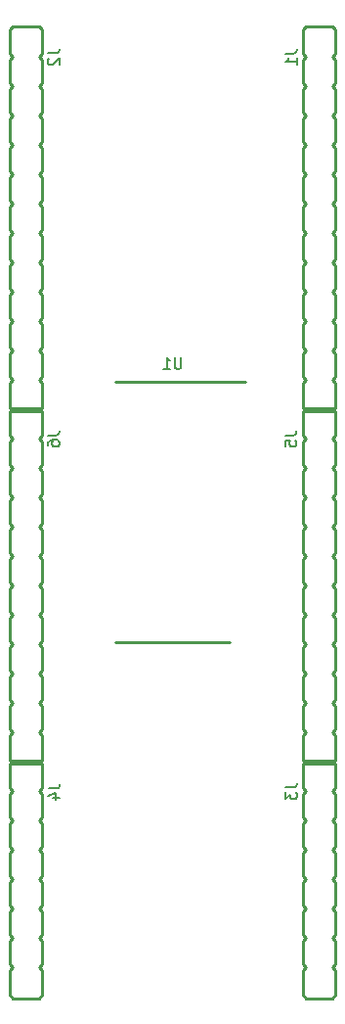
<source format=gbr>
G04 --- HEADER BEGIN --- *
%TF.GenerationSoftware,LibrePCB,LibrePCB,0.1.5*%
%TF.CreationDate,2020-12-27T00:53:52*%
%TF.ProjectId,bob_ddr_sdram_4m16b - default,91b37e6c-9424-4871-8535-6cfacb37efd9,v1*%
%TF.Part,Single*%
%FSLAX66Y66*%
%MOMM*%
G01*
G74*
G04 --- HEADER END --- *
G04 --- APERTURE LIST BEGIN --- *
%ADD10C,0.25*%
%ADD11C,0.2*%
%ADD12O,2.39X1.787*%
%ADD13R,2.39X1.787*%
%ADD14R,1.7X0.55*%
G04 --- APERTURE LIST END --- *
G04 --- BOARD BEGIN --- *
D10*
X25275000Y50655000D02*
X25275000Y48530000D01*
X25545000Y48260000D01*
X25275000Y47990000D01*
X25275000Y45990000D01*
X25545000Y45720000D01*
X25275000Y45450000D01*
X25275000Y43450000D01*
X25545000Y43180000D01*
X25275000Y42910000D01*
X25275000Y40910000D01*
X25545000Y40640000D01*
X25275000Y40370000D01*
X25275000Y38370000D01*
X25545000Y38100000D01*
X25275000Y37830000D01*
X25275000Y35830000D01*
X25545000Y35560000D01*
X25275000Y35290000D01*
X25275000Y33290000D01*
X25545000Y33020000D01*
X25275000Y32750000D01*
X25275000Y30750000D01*
X25545000Y30480000D01*
X25275000Y30210000D01*
X25275000Y28210000D01*
X25545000Y27940000D01*
X25275000Y27670000D01*
X25275000Y25670000D01*
X25545000Y25400000D01*
X25275000Y25130000D01*
X25275000Y23130000D01*
X25545000Y22860000D01*
X25275000Y22590000D01*
X25275000Y20465000D01*
X25545000Y20195000D01*
X27795000Y20195000D01*
X28065000Y20465000D01*
X28065000Y22590000D01*
X27795000Y22860000D01*
X28065000Y23130000D01*
X28065000Y25130000D01*
X27795000Y25400000D01*
X28065000Y25670000D01*
X28065000Y27670000D01*
X27795000Y27940000D01*
X28065000Y28210000D01*
X28065000Y30210000D01*
X27795000Y30480000D01*
X28065000Y30750000D01*
X28065000Y32750000D01*
X27795000Y33020000D01*
X28065000Y33290000D01*
X28065000Y35290000D01*
X27795000Y35560000D01*
X28065000Y35830000D01*
X28065000Y37830000D01*
X27795000Y38100000D01*
X28065000Y38370000D01*
X28065000Y40370000D01*
X27795000Y40640000D01*
X28065000Y40910000D01*
X28065000Y42910000D01*
X27795000Y43180000D01*
X28065000Y43450000D01*
X28065000Y45450000D01*
X27795000Y45720000D01*
X28065000Y45990000D01*
X28065000Y47990000D01*
X27795000Y48260000D01*
X28065000Y48530000D01*
X28065000Y50655000D01*
X27795000Y50925000D01*
X25545000Y50925000D01*
X25275000Y50655000D01*
X25275000Y83675000D02*
X25275000Y81550000D01*
X25545000Y81280000D01*
X25275000Y81010000D01*
X25275000Y79010000D01*
X25545000Y78740000D01*
X25275000Y78470000D01*
X25275000Y76470000D01*
X25545000Y76200000D01*
X25275000Y75930000D01*
X25275000Y73930000D01*
X25545000Y73660000D01*
X25275000Y73390000D01*
X25275000Y71390000D01*
X25545000Y71120000D01*
X25275000Y70850000D01*
X25275000Y68850000D01*
X25545000Y68580000D01*
X25275000Y68310000D01*
X25275000Y66310000D01*
X25545000Y66040000D01*
X25275000Y65770000D01*
X25275000Y63770000D01*
X25545000Y63500000D01*
X25275000Y63230000D01*
X25275000Y61230000D01*
X25545000Y60960000D01*
X25275000Y60690000D01*
X25275000Y58690000D01*
X25545000Y58420000D01*
X25275000Y58150000D01*
X25275000Y56150000D01*
X25545000Y55880000D01*
X25275000Y55610000D01*
X25275000Y53610000D01*
X25545000Y53340000D01*
X25275000Y53070000D01*
X25275000Y50945000D01*
X25545000Y50675000D01*
X27795000Y50675000D01*
X28065000Y50945000D01*
X28065000Y53070000D01*
X27795000Y53340000D01*
X28065000Y53610000D01*
X28065000Y55610000D01*
X27795000Y55880000D01*
X28065000Y56150000D01*
X28065000Y58150000D01*
X27795000Y58420000D01*
X28065000Y58690000D01*
X28065000Y60690000D01*
X27795000Y60960000D01*
X28065000Y61230000D01*
X28065000Y63230000D01*
X27795000Y63500000D01*
X28065000Y63770000D01*
X28065000Y65770000D01*
X27795000Y66040000D01*
X28065000Y66310000D01*
X28065000Y68310000D01*
X27795000Y68580000D01*
X28065000Y68850000D01*
X28065000Y70850000D01*
X27795000Y71120000D01*
X28065000Y71390000D01*
X28065000Y73390000D01*
X27795000Y73660000D01*
X28065000Y73930000D01*
X28065000Y75930000D01*
X27795000Y76200000D01*
X28065000Y76470000D01*
X28065000Y78470000D01*
X27795000Y78740000D01*
X28065000Y79010000D01*
X28065000Y81010000D01*
X27795000Y81280000D01*
X28065000Y81550000D01*
X28065000Y83675000D01*
X27795000Y83945000D01*
X25545000Y83945000D01*
X25275000Y83675000D01*
X20275000Y53145000D02*
X9015000Y53145000D01*
X18925000Y30675000D02*
X9015000Y30675000D01*
X2665000Y20465000D02*
X2665000Y22590000D01*
X2395000Y22860000D01*
X2665000Y23130000D01*
X2665000Y25130000D01*
X2395000Y25400000D01*
X2665000Y25670000D01*
X2665000Y27670000D01*
X2395000Y27940000D01*
X2665000Y28210000D01*
X2665000Y30210000D01*
X2395000Y30480000D01*
X2665000Y30750000D01*
X2665000Y32750000D01*
X2395000Y33020000D01*
X2665000Y33290000D01*
X2665000Y35290000D01*
X2395000Y35560000D01*
X2665000Y35830000D01*
X2665000Y37830000D01*
X2395000Y38100000D01*
X2665000Y38370000D01*
X2665000Y40370000D01*
X2395000Y40640000D01*
X2665000Y40910000D01*
X2665000Y42910000D01*
X2395000Y43180000D01*
X2665000Y43450000D01*
X2665000Y45450000D01*
X2395000Y45720000D01*
X2665000Y45990000D01*
X2665000Y47990000D01*
X2395000Y48260000D01*
X2665000Y48530000D01*
X2665000Y50655000D01*
X2395000Y50925000D01*
X145000Y50925000D01*
X-125000Y50655000D01*
X-125000Y48530000D01*
X145000Y48260000D01*
X-125000Y47990000D01*
X-125000Y45990000D01*
X145000Y45720000D01*
X-125000Y45450000D01*
X-125000Y43450000D01*
X145000Y43180000D01*
X-125000Y42910000D01*
X-125000Y40910000D01*
X145000Y40640000D01*
X-125000Y40370000D01*
X-125000Y38370000D01*
X145000Y38100000D01*
X-125000Y37830000D01*
X-125000Y35830000D01*
X145000Y35560000D01*
X-125000Y35290000D01*
X-125000Y33290000D01*
X145000Y33020000D01*
X-125000Y32750000D01*
X-125000Y30750000D01*
X145000Y30480000D01*
X-125000Y30210000D01*
X-125000Y28210000D01*
X145000Y27940000D01*
X-125000Y27670000D01*
X-125000Y25670000D01*
X145000Y25400000D01*
X-125000Y25130000D01*
X-125000Y23130000D01*
X145000Y22860000D01*
X-125000Y22590000D01*
X-125000Y20465000D01*
X145000Y20195000D01*
X2395000Y20195000D01*
X2665000Y20465000D01*
X25275000Y20175000D02*
X25275000Y18050000D01*
X25545000Y17780000D01*
X25275000Y17510000D01*
X25275000Y15510000D01*
X25545000Y15240000D01*
X25275000Y14970000D01*
X25275000Y12970000D01*
X25545000Y12700000D01*
X25275000Y12430000D01*
X25275000Y10430000D01*
X25545000Y10160000D01*
X25275000Y9890000D01*
X25275000Y7890000D01*
X25545000Y7620000D01*
X25275000Y7350000D01*
X25275000Y5350000D01*
X25545000Y5080000D01*
X25275000Y4810000D01*
X25275000Y2810000D01*
X25545000Y2540000D01*
X25275000Y2270000D01*
X25275000Y145000D01*
X25545000Y-125000D01*
X27795000Y-125000D01*
X28065000Y145000D01*
X28065000Y2270000D01*
X27795000Y2540000D01*
X28065000Y2810000D01*
X28065000Y4810000D01*
X27795000Y5080000D01*
X28065000Y5350000D01*
X28065000Y7350000D01*
X27795000Y7620000D01*
X28065000Y7890000D01*
X28065000Y9890000D01*
X27795000Y10160000D01*
X28065000Y10430000D01*
X28065000Y12430000D01*
X27795000Y12700000D01*
X28065000Y12970000D01*
X28065000Y14970000D01*
X27795000Y15240000D01*
X28065000Y15510000D01*
X28065000Y17510000D01*
X27795000Y17780000D01*
X28065000Y18050000D01*
X28065000Y20175000D01*
X27795000Y20445000D01*
X25545000Y20445000D01*
X25275000Y20175000D01*
X2665000Y145000D02*
X2665000Y2270000D01*
X2395000Y2540000D01*
X2665000Y2810000D01*
X2665000Y4810000D01*
X2395000Y5080000D01*
X2665000Y5350000D01*
X2665000Y7350000D01*
X2395000Y7620000D01*
X2665000Y7890000D01*
X2665000Y9890000D01*
X2395000Y10160000D01*
X2665000Y10430000D01*
X2665000Y12430000D01*
X2395000Y12700000D01*
X2665000Y12970000D01*
X2665000Y14970000D01*
X2395000Y15240000D01*
X2665000Y15510000D01*
X2665000Y17510000D01*
X2395000Y17780000D01*
X2665000Y18050000D01*
X2665000Y20175000D01*
X2395000Y20445000D01*
X145000Y20445000D01*
X-125000Y20175000D01*
X-125000Y18050000D01*
X145000Y17780000D01*
X-125000Y17510000D01*
X-125000Y15510000D01*
X145000Y15240000D01*
X-125000Y14970000D01*
X-125000Y12970000D01*
X145000Y12700000D01*
X-125000Y12430000D01*
X-125000Y10430000D01*
X145000Y10160000D01*
X-125000Y9890000D01*
X-125000Y7890000D01*
X145000Y7620000D01*
X-125000Y7350000D01*
X-125000Y5350000D01*
X145000Y5080000D01*
X-125000Y4810000D01*
X-125000Y2810000D01*
X145000Y2540000D01*
X-125000Y2270000D01*
X-125000Y145000D01*
X145000Y-125000D01*
X2395000Y-125000D01*
X2665000Y145000D01*
X2665000Y50945000D02*
X2665000Y53070000D01*
X2395000Y53340000D01*
X2665000Y53610000D01*
X2665000Y55610000D01*
X2395000Y55880000D01*
X2665000Y56150000D01*
X2665000Y58150000D01*
X2395000Y58420000D01*
X2665000Y58690000D01*
X2665000Y60690000D01*
X2395000Y60960000D01*
X2665000Y61230000D01*
X2665000Y63230000D01*
X2395000Y63500000D01*
X2665000Y63770000D01*
X2665000Y65770000D01*
X2395000Y66040000D01*
X2665000Y66310000D01*
X2665000Y68310000D01*
X2395000Y68580000D01*
X2665000Y68850000D01*
X2665000Y70850000D01*
X2395000Y71120000D01*
X2665000Y71390000D01*
X2665000Y73390000D01*
X2395000Y73660000D01*
X2665000Y73930000D01*
X2665000Y75930000D01*
X2395000Y76200000D01*
X2665000Y76470000D01*
X2665000Y78470000D01*
X2395000Y78740000D01*
X2665000Y79010000D01*
X2665000Y81010000D01*
X2395000Y81280000D01*
X2665000Y81550000D01*
X2665000Y83675000D01*
X2395000Y83945000D01*
X145000Y83945000D01*
X-125000Y83675000D01*
X-125000Y81550000D01*
X145000Y81280000D01*
X-125000Y81010000D01*
X-125000Y79010000D01*
X145000Y78740000D01*
X-125000Y78470000D01*
X-125000Y76470000D01*
X145000Y76200000D01*
X-125000Y75930000D01*
X-125000Y73930000D01*
X145000Y73660000D01*
X-125000Y73390000D01*
X-125000Y71390000D01*
X145000Y71120000D01*
X-125000Y70850000D01*
X-125000Y68850000D01*
X145000Y68580000D01*
X-125000Y68310000D01*
X-125000Y66310000D01*
X145000Y66040000D01*
X-125000Y65770000D01*
X-125000Y63770000D01*
X145000Y63500000D01*
X-125000Y63230000D01*
X-125000Y61230000D01*
X145000Y60960000D01*
X-125000Y60690000D01*
X-125000Y58690000D01*
X145000Y58420000D01*
X-125000Y58150000D01*
X-125000Y56150000D01*
X145000Y55880000D01*
X-125000Y55610000D01*
X-125000Y53610000D01*
X145000Y53340000D01*
X-125000Y53070000D01*
X-125000Y50945000D01*
X145000Y50675000D01*
X2395000Y50675000D01*
X2665000Y50945000D01*
D11*
X23732490Y48532194D02*
X24446934Y48532194D01*
X24589157Y48579972D01*
X24684712Y48675527D01*
X24732490Y48817749D01*
X24732490Y48913305D01*
X23732490Y47608861D02*
X23732490Y48084416D01*
X24209157Y48132194D01*
X24161379Y48084416D01*
X24113601Y47988861D01*
X24113601Y47751083D01*
X24161379Y47655527D01*
X24209157Y47608861D01*
X24303601Y47561083D01*
X24542490Y47561083D01*
X24636934Y47608861D01*
X24684712Y47655527D01*
X24732490Y47751083D01*
X24732490Y47988861D01*
X24684712Y48084416D01*
X24636934Y48132194D01*
X23765000Y81575000D02*
X24479444Y81575000D01*
X24621667Y81622778D01*
X24717222Y81718333D01*
X24765000Y81860555D01*
X24765000Y81956111D01*
X24765000Y80603889D02*
X24765000Y81175000D01*
X24765000Y80889444D02*
X23765000Y80889444D01*
X23908333Y80985000D01*
X24002778Y81079444D01*
X24050556Y81175000D01*
X14741111Y55290000D02*
X14741111Y54480000D01*
X14693333Y54385556D01*
X14645555Y54337778D01*
X14551111Y54290000D01*
X14360000Y54290000D01*
X14264444Y54337778D01*
X14217778Y54385556D01*
X14170000Y54480000D01*
X14170000Y55290000D01*
X13198889Y54290000D02*
X13770000Y54290000D01*
X13484444Y54290000D02*
X13484444Y55290000D01*
X13580000Y55146667D01*
X13674444Y55052222D01*
X13770000Y55004444D01*
X3175000Y48555000D02*
X3889444Y48555000D01*
X4031667Y48602778D01*
X4127222Y48698333D01*
X4175000Y48840555D01*
X4175000Y48936111D01*
X3175000Y47678333D02*
X3175000Y47869444D01*
X3222778Y47965000D01*
X3270556Y48011667D01*
X3412778Y48107222D01*
X3603889Y48155000D01*
X3985000Y48155000D01*
X4079444Y48107222D01*
X4127222Y48059444D01*
X4175000Y47965000D01*
X4175000Y47773889D01*
X4127222Y47678333D01*
X4079444Y47631667D01*
X3985000Y47583889D01*
X3746111Y47583889D01*
X3651667Y47631667D01*
X3603889Y47678333D01*
X3556111Y47773889D01*
X3556111Y47965000D01*
X3603889Y48059444D01*
X3651667Y48107222D01*
X3746111Y48155000D01*
X23765000Y18098889D02*
X24479444Y18098889D01*
X24621667Y18146667D01*
X24717222Y18242222D01*
X24765000Y18384444D01*
X24765000Y18480000D01*
X23765000Y17698889D02*
X23765000Y17080000D01*
X24146111Y17413333D01*
X24146111Y17270000D01*
X24193889Y17175556D01*
X24241667Y17127778D01*
X24336111Y17080000D01*
X24575000Y17080000D01*
X24669444Y17127778D01*
X24717222Y17175556D01*
X24765000Y17270000D01*
X24765000Y17555556D01*
X24717222Y17651111D01*
X24669444Y17698889D01*
X3235219Y18040454D02*
X3949663Y18040454D01*
X4091886Y18088232D01*
X4187441Y18183787D01*
X4235219Y18326009D01*
X4235219Y18421565D01*
X3568552Y17163787D02*
X4235219Y17163787D01*
X3187441Y17402676D02*
X3901886Y17640454D01*
X3901886Y17021565D01*
X3175000Y81598889D02*
X3889444Y81598889D01*
X4031667Y81646667D01*
X4127222Y81742222D01*
X4175000Y81884444D01*
X4175000Y81980000D01*
X3270556Y81151111D02*
X3222778Y81103333D01*
X3175000Y81008889D01*
X3175000Y80770000D01*
X3222778Y80675556D01*
X3270556Y80627778D01*
X3365000Y80580000D01*
X3460556Y80580000D01*
X3603889Y80627778D01*
X4175000Y81198889D01*
X4175000Y80580000D01*
%LPC*%
D12*
X26670000Y34290000D03*
X26670000Y44450000D03*
D13*
X26670000Y49530000D03*
D12*
X26670000Y39370000D03*
X26670000Y31750000D03*
X26670000Y21590000D03*
X26670000Y26670000D03*
X26670000Y41910000D03*
X26670000Y46990000D03*
X26670000Y29210000D03*
X26670000Y24130000D03*
X26670000Y36830000D03*
X26670000Y57150000D03*
X26670000Y62230000D03*
D13*
X26670000Y82550000D03*
D12*
X26670000Y77470000D03*
X26670000Y74930000D03*
X26670000Y54610000D03*
X26670000Y52070000D03*
X26670000Y72390000D03*
X26670000Y59690000D03*
X26670000Y69850000D03*
X26670000Y80010000D03*
X26670000Y67310000D03*
X26670000Y64770000D03*
D14*
X19650000Y48410000D03*
X8290000Y45160000D03*
X8290000Y37360000D03*
X19650000Y34110000D03*
X19650000Y45810000D03*
X19650000Y43860000D03*
X19650000Y31510000D03*
X8290000Y34760000D03*
X8290000Y36710000D03*
X19650000Y45160000D03*
X19650000Y41910000D03*
X8290000Y44510000D03*
X8290000Y45810000D03*
X8290000Y32810000D03*
X19650000Y41260000D03*
X19650000Y44510000D03*
X8290000Y32160000D03*
X19650000Y33460000D03*
X19650000Y36710000D03*
X8290000Y51010000D03*
X19650000Y47110000D03*
X8290000Y49060000D03*
X8290000Y39960000D03*
X8290000Y31510000D03*
X19650000Y47760000D03*
X19650000Y36060000D03*
X19650000Y39310000D03*
X19650000Y40610000D03*
X8290000Y47110000D03*
X8290000Y39310000D03*
X8290000Y40610000D03*
X8290000Y42560000D03*
X19650000Y46460000D03*
X19650000Y38010000D03*
X19650000Y37360000D03*
X19650000Y49710000D03*
X8290000Y34110000D03*
X8290000Y49710000D03*
X8290000Y41260000D03*
X19650000Y50360000D03*
X19650000Y39960000D03*
X19650000Y49060000D03*
X8290000Y50360000D03*
X8290000Y33460000D03*
X19650000Y51010000D03*
X8290000Y46460000D03*
X19650000Y51660000D03*
X8290000Y35410000D03*
X8290000Y43210000D03*
X19650000Y32810000D03*
X8290000Y36060000D03*
X8290000Y51660000D03*
X8290000Y41910000D03*
X8290000Y48410000D03*
X8290000Y43860000D03*
X19650000Y43210000D03*
X8290000Y38010000D03*
X8290000Y38660000D03*
X19650000Y52310000D03*
X19650000Y34760000D03*
X8290000Y52310000D03*
X19650000Y38660000D03*
X8290000Y47760000D03*
X19650000Y42560000D03*
X19650000Y32160000D03*
X19650000Y35410000D03*
D12*
X1270000Y36830000D03*
X1270000Y26670000D03*
D13*
X1270000Y21590000D03*
D12*
X1270000Y31750000D03*
X1270000Y39370000D03*
X1270000Y49530000D03*
X1270000Y44450000D03*
X1270000Y29210000D03*
X1270000Y24130000D03*
X1270000Y41910000D03*
X1270000Y46990000D03*
X1270000Y34290000D03*
X26670000Y1270000D03*
X26670000Y8890000D03*
X26670000Y6350000D03*
D13*
X26670000Y19050000D03*
D12*
X26670000Y16510000D03*
X26670000Y3810000D03*
X26670000Y13970000D03*
X26670000Y11430000D03*
X1270000Y19050000D03*
X1270000Y11430000D03*
X1270000Y13970000D03*
D13*
X1270000Y1270000D03*
D12*
X1270000Y3810000D03*
X1270000Y16510000D03*
X1270000Y6350000D03*
X1270000Y8890000D03*
X1270000Y77470000D03*
X1270000Y72390000D03*
D13*
X1270000Y52070000D03*
D12*
X1270000Y57150000D03*
X1270000Y59690000D03*
X1270000Y80010000D03*
X1270000Y82550000D03*
X1270000Y62230000D03*
X1270000Y74930000D03*
X1270000Y64770000D03*
X1270000Y54610000D03*
X1270000Y67310000D03*
X1270000Y69850000D03*
G04 --- BOARD END --- *
%TF.MD5,58e4b3aa701d66401e7f1ef8f3c3d921*%
M02*

</source>
